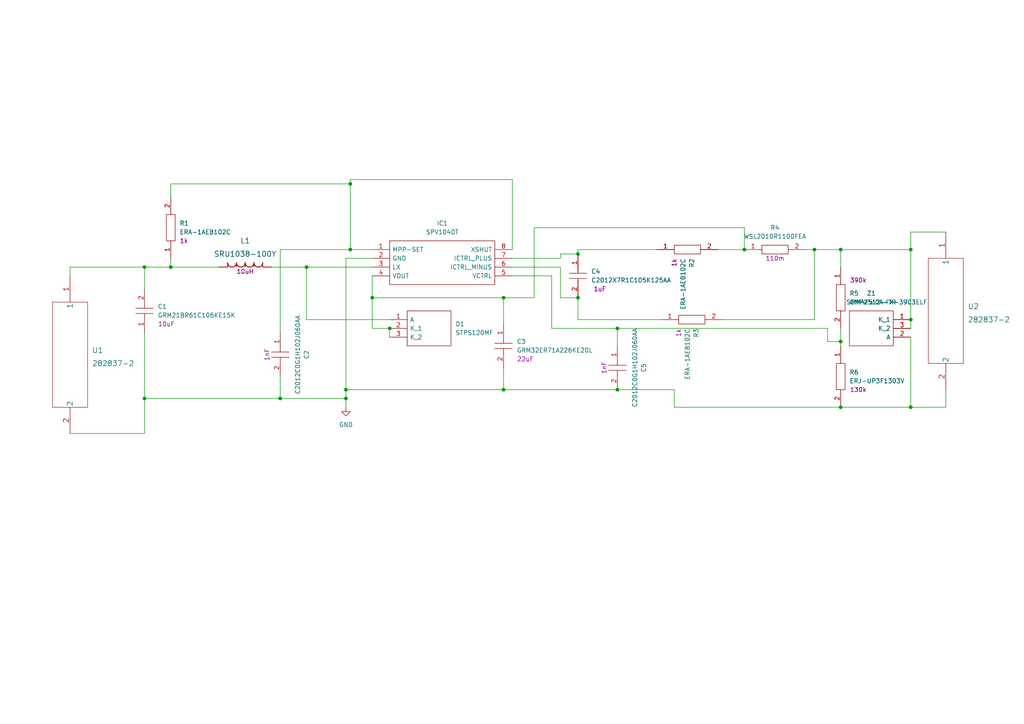
<source format=kicad_sch>
(kicad_sch (version 20211123) (generator eeschema)
  (paper "A4")
  (lib_symbols
    (symbol "282837-2:282837-2" (pin_names (offset 0.254))
      (property "Reference" "U" (at 22.86 10.16 0))
      (property "Value" "282837-2" (at 22.86 7.62 0))
      (symbol "282837-2_1_1"
        (polyline (pts (xy 7.62 -5.08) (xy 38.1 -5.08)) (stroke (width 0.127)))
        (polyline (pts (xy 7.62 5.08) (xy 7.62 -5.08)) (stroke (width 0.127)))
        (polyline (pts (xy 38.1 -5.08) (xy 38.1 5.08)) (stroke (width 0.127)))
        (polyline (pts (xy 38.1 5.08) (xy 7.62 5.08)) (stroke (width 0.127)))
        (pin unspecified line (at 0 0 0) (length 7.62) (name "1") (number "1"))
        (pin unspecified line (at 45.72 0 180) (length 7.62) (name "2") (number "2"))
      )
    )
    (symbol "C2012C0G1H102J060AA:C2012C0G1H102J060AA" (pin_names (offset 0.762))
      (property "Reference" "C" (at 8.89 6.35 0))
      (property "Value" "C2012C0G1H102J060AA" (at 8.89 3.81 0))
      (symbol "C2012C0G1H102J060AA_0_0"
        (pin passive line (at 0 0 0) (length 5.08) (name "~") (number "1"))
        (pin passive line (at 12.7 0 180) (length 5.08) (name "~") (number "2"))
      )
      (symbol "C2012C0G1H102J060AA_0_1"
        (polyline (pts (xy 5.08 0) (xy 5.588 0)) (stroke (width 0.1524)))
        (polyline (pts (xy 5.588 2.54) (xy 5.588 -2.54)) (stroke (width 0.1524)))
        (polyline (pts (xy 7.112 0) (xy 7.62 0)) (stroke (width 0.1524)))
        (polyline (pts (xy 7.112 2.54) (xy 7.112 -2.54)) (stroke (width 0.1524)))
      )
    )
    (symbol "C2012X7R1C105K125AA:C2012X7R1C105K125AA" (pin_names (offset 0.762))
      (property "Reference" "C" (at 8.89 6.35 0))
      (property "Value" "C2012X7R1C105K125AA" (at 8.89 3.81 0))
      (symbol "C2012X7R1C105K125AA_0_0"
        (pin passive line (at 0 0 0) (length 5.08) (name "~") (number "1"))
        (pin passive line (at 12.7 0 180) (length 5.08) (name "~") (number "2"))
      )
      (symbol "C2012X7R1C105K125AA_0_1"
        (polyline (pts (xy 5.08 0) (xy 5.588 0)) (stroke (width 0.1524)))
        (polyline (pts (xy 5.588 2.54) (xy 5.588 -2.54)) (stroke (width 0.1524)))
        (polyline (pts (xy 7.112 0) (xy 7.62 0)) (stroke (width 0.1524)))
        (polyline (pts (xy 7.112 2.54) (xy 7.112 -2.54)) (stroke (width 0.1524)))
      )
    )
    (symbol "CMP2512-FX-3903ELF:CMP2512-FX-3903ELF" (pin_names (offset 0.762))
      (property "Reference" "R" (at 13.97 6.35 0))
      (property "Value" "CMP2512-FX-3903ELF" (at 13.97 3.81 0))
      (symbol "CMP2512-FX-3903ELF_0_0"
        (pin passive line (at 0 0 0) (length 5.08) (name "~") (number "1"))
        (pin passive line (at 17.78 0 180) (length 5.08) (name "~") (number "2"))
      )
      (symbol "CMP2512-FX-3903ELF_0_1"
        (polyline (pts (xy 5.08 1.27) (xy 12.7 1.27) (xy 12.7 -1.27) (xy 5.08 -1.27) (xy 5.08 1.27)) (stroke (width 0.1524)))
      )
    )
    (symbol "ERA-1AEB102C:ERA-1AEB102C" (pin_names (offset 0.762))
      (property "Reference" "R" (at 13.97 6.35 0))
      (property "Value" "ERA-1AEB102C" (at 13.97 3.81 0))
      (symbol "ERA-1AEB102C_0_0"
        (pin passive line (at 0 0 0) (length 5.08) (name "~") (number "1"))
        (pin passive line (at 17.78 0 180) (length 5.08) (name "~") (number "2"))
      )
      (symbol "ERA-1AEB102C_0_1"
        (polyline (pts (xy 5.08 1.27) (xy 12.7 1.27) (xy 12.7 -1.27) (xy 5.08 -1.27) (xy 5.08 1.27)) (stroke (width 0.1524)))
      )
    )
    (symbol "ERJ-UP3F1303V:ERJ-UP3F1303V" (pin_names (offset 0.762))
      (property "Reference" "R" (at 13.97 6.35 0))
      (property "Value" "ERJ-UP3F1303V" (at 13.97 3.81 0))
      (symbol "ERJ-UP3F1303V_0_0"
        (pin passive line (at 0 0 0) (length 5.08) (name "~") (number "1"))
        (pin passive line (at 17.78 0 180) (length 5.08) (name "~") (number "2"))
      )
      (symbol "ERJ-UP3F1303V_0_1"
        (polyline (pts (xy 5.08 1.27) (xy 12.7 1.27) (xy 12.7 -1.27) (xy 5.08 -1.27) (xy 5.08 1.27)) (stroke (width 0.1524)))
      )
    )
    (symbol "GRM21BR61C106KE15K:GRM21BR61C106KE15K" (pin_names (offset 0.762))
      (property "Reference" "C" (at 8.89 6.35 0))
      (property "Value" "GRM21BR61C106KE15K" (at 8.89 3.81 0))
      (symbol "GRM21BR61C106KE15K_0_0"
        (pin passive line (at 0 0 0) (length 5.08) (name "~") (number "1"))
        (pin passive line (at 12.7 0 180) (length 5.08) (name "~") (number "2"))
      )
      (symbol "GRM21BR61C106KE15K_0_1"
        (polyline (pts (xy 5.08 0) (xy 5.588 0)) (stroke (width 0.1524)))
        (polyline (pts (xy 5.588 2.54) (xy 5.588 -2.54)) (stroke (width 0.1524)))
        (polyline (pts (xy 7.112 0) (xy 7.62 0)) (stroke (width 0.1524)))
        (polyline (pts (xy 7.112 2.54) (xy 7.112 -2.54)) (stroke (width 0.1524)))
      )
    )
    (symbol "GRM32ER71A226KE20L:GRM32ER71A226KE20L" (pin_names (offset 0.762))
      (property "Reference" "C" (at 8.89 6.35 0))
      (property "Value" "GRM32ER71A226KE20L" (at 8.89 3.81 0))
      (symbol "GRM32ER71A226KE20L_0_0"
        (pin passive line (at 0 0 0) (length 5.08) (name "~") (number "1"))
        (pin passive line (at 12.7 0 180) (length 5.08) (name "~") (number "2"))
      )
      (symbol "GRM32ER71A226KE20L_0_1"
        (polyline (pts (xy 5.08 0) (xy 5.588 0)) (stroke (width 0.1524)))
        (polyline (pts (xy 5.588 2.54) (xy 5.588 -2.54)) (stroke (width 0.1524)))
        (polyline (pts (xy 7.112 0) (xy 7.62 0)) (stroke (width 0.1524)))
        (polyline (pts (xy 7.112 2.54) (xy 7.112 -2.54)) (stroke (width 0.1524)))
      )
    )
    (symbol "SMM4F5.0A-TR:SMM4F5.0A-TR" (pin_names (offset 0.762))
      (property "Reference" "Z" (at 19.05 7.62 0))
      (property "Value" "SMM4F5.0A-TR" (at 19.05 5.08 0))
      (symbol "SMM4F5.0A-TR_0_0"
        (pin passive line (at 0 -5.08 0) (length 5.08) (name "K_1") (number "1"))
        (pin passive line (at 0 0 0) (length 5.08) (name "A") (number "2"))
        (pin passive line (at 0 -2.54 0) (length 5.08) (name "K_2") (number "3"))
      )
      (symbol "SMM4F5.0A-TR_0_1"
        (polyline (pts (xy 5.08 2.54) (xy 17.78 2.54) (xy 17.78 -7.62) (xy 5.08 -7.62) (xy 5.08 2.54)) (stroke (width 0.1524)))
      )
    )
    (symbol "SPV1040T:SPV1040T" (pin_names (offset 0.762))
      (property "Reference" "IC" (at 36.83 7.62 0))
      (property "Value" "SPV1040T" (at 36.83 5.08 0))
      (symbol "SPV1040T_0_0"
        (pin passive line (at 0 0 0) (length 5.08) (name "MPP-SET") (number "1"))
        (pin passive line (at 0 -2.54 0) (length 5.08) (name "GND") (number "2"))
        (pin passive line (at 0 -5.08 0) (length 5.08) (name "LX") (number "3"))
        (pin passive line (at 0 -7.62 0) (length 5.08) (name "VOUT") (number "4"))
        (pin passive line (at 40.64 -7.62 180) (length 5.08) (name "VCTRL") (number "5"))
        (pin passive line (at 40.64 -5.08 180) (length 5.08) (name "ICTRL_MINUS") (number "6"))
        (pin passive line (at 40.64 -2.54 180) (length 5.08) (name "ICTRL_PLUS") (number "7"))
        (pin passive line (at 40.64 0 180) (length 5.08) (name "XSHUT") (number "8"))
      )
      (symbol "SPV1040T_0_1"
        (polyline (pts (xy 5.08 2.54) (xy 35.56 2.54) (xy 35.56 -10.16) (xy 5.08 -10.16) (xy 5.08 2.54)) (stroke (width 0.1524)))
      )
    )
    (symbol "SRU1038-100Y:SRU1038-100Y" (pin_numbers hide) (pin_names (offset 1.651) hide)
      (property "Reference" "L" (at 6.985 5.08 0))
      (property "Value" "SRU1038-100Y" (at 6.985 -5.715 0))
      (symbol "SRU1038-100Y_1_1"
        (polyline (pts (xy 2.54 0) (xy 2.54 1.27)) (stroke (width 0.2032)))
        (polyline (pts (xy 5.08 0) (xy 5.08 1.27)) (stroke (width 0.2032)))
        (polyline (pts (xy 7.62 0) (xy 7.62 1.27)) (stroke (width 0.2032)))
        (polyline (pts (xy 10.16 0) (xy 10.16 1.27)) (stroke (width 0.2032)))
        (polyline (pts (xy 12.7 0) (xy 12.7 1.27)) (stroke (width 0.2032)))
        (arc (start 2.54 1.27) (mid 3.81 0) (end 5.08 1.27) (stroke (width 0.254)))
        (arc (start 5.08 1.27) (mid 6.35 0) (end 7.62 1.27) (stroke (width 0.254)))
        (arc (start 7.62 1.27) (mid 8.89 0) (end 10.16 1.27) (stroke (width 0.254)))
        (arc (start 10.16 1.27) (mid 11.43 0) (end 12.7 1.27) (stroke (width 0.254)))
        (pin unspecified line (at 15.24 0 180) (length 2.54) (name "1") (number "1"))
        (pin unspecified line (at 0 0 0) (length 2.54) (name "2") (number "2"))
      )
    )
    (symbol "STPS120MF:STPS120MF" (pin_names (offset 0.762))
      (property "Reference" "D" (at 19.05 7.62 0))
      (property "Value" "STPS120MF" (at 19.05 5.08 0))
      (symbol "STPS120MF_0_0"
        (pin passive line (at 0 0 0) (length 5.08) (name "A") (number "1"))
        (pin passive line (at 0 -2.54 0) (length 5.08) (name "K_1") (number "2"))
        (pin passive line (at 0 -5.08 0) (length 5.08) (name "K_2") (number "3"))
      )
      (symbol "STPS120MF_0_1"
        (polyline (pts (xy 5.08 2.54) (xy 17.78 2.54) (xy 17.78 -7.62) (xy 5.08 -7.62) (xy 5.08 2.54)) (stroke (width 0.1524)))
      )
    )
    (symbol "WSL2010R1100FEA:WSL2010R1100FEA" (pin_names (offset 0.762))
      (property "Reference" "R" (at 13.97 6.35 0))
      (property "Value" "WSL2010R1100FEA" (at 13.97 3.81 0))
      (symbol "WSL2010R1100FEA_0_0"
        (pin passive line (at 0 0 0) (length 5.08) (name "~") (number "1"))
        (pin passive line (at 17.78 0 180) (length 5.08) (name "~") (number "2"))
      )
      (symbol "WSL2010R1100FEA_0_1"
        (polyline (pts (xy 5.08 1.27) (xy 12.7 1.27) (xy 12.7 -1.27) (xy 5.08 -1.27) (xy 5.08 1.27)) (stroke (width 0.1524)))
      )
    )
    (symbol "power:GND" (power) (pin_names (offset 0))
      (property "Value" "GND" (at 0 -3.81 0))
      (symbol "GND_0_1"
        (polyline (pts (xy 0 0) (xy 0 -1.27) (xy 1.27 -1.27) (xy 0 -2.54) (xy -1.27 -1.27) (xy 0 -1.27)))
      )
      (symbol "GND_1_1"
        (pin power_in line (at 0 0 270) (length 0) hide (name "GND") (number "1"))
      )
    )
  )
  (junction (at 100.33 113.03))
  (junction (at 179.07 95.25))
  (junction (at 88.9 77.47))
  (junction (at 179.07 113.03))
  (junction (at 167.64 86.36))
  (junction (at 243.84 118.11))
  (junction (at 264.16 118.11))
  (junction (at 101.6 72.39))
  (junction (at 167.64 73.66))
  (junction (at 215.9 72.39))
  (junction (at 49.53 77.47))
  (junction (at 264.16 72.39))
  (junction (at 236.22 72.39))
  (junction (at 107.95 86.36))
  (junction (at 41.91 115.57))
  (junction (at 146.05 86.36))
  (junction (at 243.84 99.06))
  (junction (at 243.84 72.39))
  (junction (at 81.28 115.57))
  (junction (at 113.03 95.25))
  (junction (at 101.6 53.34))
  (junction (at 100.33 115.57))
  (junction (at 146.05 113.03))
  (junction (at 264.16 92.71))
  (junction (at 41.91 77.47))
  (wire (pts (xy 100.33 113.03) (xy 100.33 115.57)))
  (wire (pts (xy 81.28 115.57) (xy 100.33 115.57)))
  (wire (pts (xy 209.55 92.71) (xy 236.22 92.71)))
  (wire (pts (xy 41.91 115.57) (xy 81.28 115.57)))
  (wire (pts (xy 20.32 125.73) (xy 41.91 125.73)))
  (wire (pts (xy 240.03 95.25) (xy 240.03 99.06)))
  (wire (pts (xy 167.64 92.71) (xy 167.64 86.36)))
  (wire (pts (xy 107.95 95.25) (xy 113.03 95.25)))
  (wire (pts (xy 148.59 80.01) (xy 160.02 80.01)))
  (wire (pts (xy 215.9 66.04) (xy 154.94 66.04)))
  (wire (pts (xy 63.5 77.47) (xy 49.53 77.47)))
  (wire (pts (xy 243.84 118.11) (xy 195.58 118.11)))
  (wire (pts (xy 148.59 74.93) (xy 162.56 74.93)))
  (wire (pts (xy 243.84 118.11) (xy 264.16 118.11)))
  (wire (pts (xy 264.16 97.79) (xy 264.16 118.11)))
  (wire (pts (xy 208.28 72.39) (xy 215.9 72.39)))
  (wire (pts (xy 107.95 74.93) (xy 100.33 74.93)))
  (wire (pts (xy 49.53 57.15) (xy 49.53 53.34)))
  (wire (pts (xy 191.77 92.71) (xy 167.64 92.71)))
  (wire (pts (xy 179.07 95.25) (xy 179.07 100.33)))
  (wire (pts (xy 162.56 74.93) (xy 162.56 73.66)))
  (wire (pts (xy 162.56 73.66) (xy 167.64 73.66)))
  (wire (pts (xy 190.5 72.39) (xy 167.64 72.39)))
  (wire (pts (xy 146.05 86.36) (xy 107.95 86.36)))
  (wire (pts (xy 154.94 66.04) (xy 154.94 86.36)))
  (wire (pts (xy 88.9 77.47) (xy 78.74 77.47)))
  (wire (pts (xy 162.56 77.47) (xy 162.56 86.36)))
  (wire (pts (xy 146.05 113.03) (xy 179.07 113.03)))
  (wire (pts (xy 215.9 72.39) (xy 215.9 66.04)))
  (wire (pts (xy 41.91 77.47) (xy 41.91 83.82)))
  (wire (pts (xy 148.59 77.47) (xy 162.56 77.47)))
  (wire (pts (xy 107.95 86.36) (xy 107.95 95.25)))
  (wire (pts (xy 243.84 72.39) (xy 243.84 77.47)))
  (wire (pts (xy 49.53 74.93) (xy 49.53 77.47)))
  (wire (pts (xy 81.28 109.22) (xy 81.28 115.57)))
  (wire (pts (xy 236.22 92.71) (xy 236.22 72.39)))
  (wire (pts (xy 236.22 72.39) (xy 243.84 72.39)))
  (wire (pts (xy 146.05 86.36) (xy 146.05 93.98)))
  (wire (pts (xy 100.33 115.57) (xy 100.33 118.11)))
  (wire (pts (xy 264.16 67.31) (xy 274.32 67.31)))
  (wire (pts (xy 264.16 118.11) (xy 274.32 118.11)))
  (wire (pts (xy 274.32 113.03) (xy 274.32 118.11)))
  (wire (pts (xy 167.64 72.39) (xy 167.64 73.66)))
  (wire (pts (xy 107.95 80.01) (xy 107.95 86.36)))
  (wire (pts (xy 160.02 95.25) (xy 179.07 95.25)))
  (wire (pts (xy 243.84 72.39) (xy 264.16 72.39)))
  (wire (pts (xy 243.84 95.25) (xy 243.84 99.06)))
  (wire (pts (xy 81.28 72.39) (xy 101.6 72.39)))
  (wire (pts (xy 20.32 80.01) (xy 20.32 77.47)))
  (wire (pts (xy 81.28 96.52) (xy 81.28 72.39)))
  (wire (pts (xy 195.58 113.03) (xy 179.07 113.03)))
  (wire (pts (xy 179.07 95.25) (xy 240.03 95.25)))
  (wire (pts (xy 20.32 77.47) (xy 41.91 77.47)))
  (wire (pts (xy 100.33 74.93) (xy 100.33 113.03)))
  (wire (pts (xy 88.9 92.71) (xy 88.9 77.47)))
  (wire (pts (xy 41.91 96.52) (xy 41.91 115.57)))
  (wire (pts (xy 41.91 77.47) (xy 49.53 77.47)))
  (wire (pts (xy 146.05 106.68) (xy 146.05 113.03)))
  (wire (pts (xy 113.03 92.71) (xy 88.9 92.71)))
  (wire (pts (xy 101.6 52.07) (xy 101.6 53.34)))
  (wire (pts (xy 264.16 92.71) (xy 264.16 95.25)))
  (wire (pts (xy 113.03 95.25) (xy 113.03 97.79)))
  (wire (pts (xy 154.94 86.36) (xy 146.05 86.36)))
  (wire (pts (xy 49.53 53.34) (xy 101.6 53.34)))
  (wire (pts (xy 160.02 80.01) (xy 160.02 95.25)))
  (wire (pts (xy 148.59 72.39) (xy 148.59 52.07)))
  (wire (pts (xy 264.16 72.39) (xy 264.16 67.31)))
  (wire (pts (xy 107.95 77.47) (xy 88.9 77.47)))
  (wire (pts (xy 101.6 72.39) (xy 107.95 72.39)))
  (wire (pts (xy 240.03 99.06) (xy 243.84 99.06)))
  (wire (pts (xy 100.33 113.03) (xy 146.05 113.03)))
  (wire (pts (xy 243.84 99.06) (xy 243.84 100.33)))
  (wire (pts (xy 41.91 125.73) (xy 41.91 115.57)))
  (wire (pts (xy 195.58 118.11) (xy 195.58 113.03)))
  (wire (pts (xy 101.6 53.34) (xy 101.6 72.39)))
  (wire (pts (xy 233.68 72.39) (xy 236.22 72.39)))
  (wire (pts (xy 162.56 86.36) (xy 167.64 86.36)))
  (wire (pts (xy 148.59 52.07) (xy 101.6 52.07)))
  (wire (pts (xy 264.16 92.71) (xy 264.16 72.39)))
  (symbol (lib_id "WSL2010R1100FEA:WSL2010R1100FEA") (at 215.9 72.39 0) (unit 1)
    (property "Reference" "R4" (at 224.79 66.04 0))
    (property "Value" "WSL2010R1100FEA" (at 224.79 68.58 0))
    (property "Footprint" "myfootprints:WSL2010R1100FEA" (effects hide))
    (property "Datasheet" "https://www.vishay.com/docs/30100/wsl.pdf" (effects hide))
    (property "Description" "Vishay 110m 2010 (5025M) Metal Strip SMD Resistor +/-1% 0.5W - WSL2010R1100FEA" (effects hide))
    (property "Height" "0.889" (effects hide))
    (property "Mouser Part Number" "71-WSL2010R1100FEA" (effects hide))
    (property "Mouser Price/Stock" "https://www.mouser.co.uk/ProductDetail/Vishay-Dale/WSL2010R1100FEA?qs=8hzcSBZN9d%252BMooM1LU7mjg%3D%3D" (effects hide))
    (property "Manufacturer_Name" "Vishay" (effects hide))
    (property "Manufacturer_Part_Number" "WSL2010R1100FEA" (effects hide))
    (property "Rvalue" "110m" (at 224.79 74.93 0))
  )
  (symbol (lib_id "ERJ-UP3F1303V:ERJ-UP3F1303V") (at 243.84 100.33 270) (unit 1)
    (property "Reference" "R6" (at 246.38 107.9499 90) (effects (justify left)))
    (property "Value" "ERJ-UP3F1303V" (at 246.38 110.4899 90) (effects (justify left)))
    (property "Footprint" "myfootprints:ERJ-UP3F1303V" (effects hide))
    (property "Datasheet" "https://industrial.panasonic.com/cdbs/www-data/pdf/RDP0000/AOA0000C337.pdf" (effects hide))
    (property "Description" "Anti-Sulfurated Thick Film Chip Resistors/ Anti-Surge Type, Power Rating (W): 0.25, Chip Size (LxW(EIA)) (mm): 1.6 x 0.8 (EIA:0603), Resistance Values (?): 130000, Resistance Tolerance (%): 1, T.C.R (?102/K): ?100" (effects hide))
    (property "Height" "0.55" (effects hide))
    (property "Mouser Part Number" "667-ERJ-UP3F1303V" (effects hide))
    (property "Mouser Price/Stock" "https://www.mouser.co.uk/ProductDetail/Panasonic/ERJ-UP3F1303V?qs=GedFDFLaBXFCBofrml0vWw%3D%3D" (effects hide))
    (property "Manufacturer_Name" "Panasonic" (effects hide))
    (property "Manufacturer_Part_Number" "ERJ-UP3F1303V" (effects hide))
    (property "Rvalue" "130k" (at 248.92 113.03 90))
  )
  (symbol (lib_id "CMP2512-FX-3903ELF:CMP2512-FX-3903ELF") (at 243.84 77.47 270) (unit 1)
    (property "Reference" "R5" (at 246.38 85.0899 90) (effects (justify left)))
    (property "Value" "CMP2512-FX-3903ELF" (at 246.38 87.6299 90) (effects (justify left)))
    (property "Footprint" "myfootprints:CMP2512-FX-3903ELF" (effects hide))
    (property "Datasheet" "https://www.bourns.com/docs/Product-Datasheets/CMP.pdf" (effects hide))
    (property "Description" "Thick Film Resistors - SMD ResHighPower 2512 390k 1% 1.5W TC100" (effects hide))
    (property "Height" "0.75" (effects hide))
    (property "Mouser Part Number" "652-CMP2512-FX-3903L" (effects hide))
    (property "Mouser Price/Stock" "https://www.mouser.co.uk/ProductDetail/Bourns/CMP2512-FX-3903ELF?qs=TiOZkKH1s2Qkwis624hFDA%3D%3D" (effects hide))
    (property "Manufacturer_Name" "Bourns" (effects hide))
    (property "Manufacturer_Part_Number" "CMP2512-FX-3903ELF" (effects hide))
    (property "Rvalue" "390k" (at 248.92 81.28 90))
  )
  (symbol (lib_id "power:GND") (at 100.33 118.11 0) (unit 1)
    (property "Reference" "#PWR01" (effects hide))
    (property "Value" "GND" (at 100.33 123.19 0))
  )
  (symbol (lib_id "GRM21BR61C106KE15K:GRM21BR61C106KE15K") (at 41.91 96.52 90) (unit 1)
    (property "Reference" "C1" (at 45.72 88.8999 90) (effects (justify right)))
    (property "Value" "GRM21BR61C106KE15K" (at 45.72 91.4399 90) (effects (justify right)))
    (property "Footprint" "myfootprints:GRM21BR61C106KE15K" (effects hide))
    (property "Datasheet" "https://datasheet.datasheetarchive.com/originals/distributors/Datasheets_SAMA/6b1fcc509e213c6e898acd502ec19ade.pdf" (effects hide))
    (property "Description" "Murata, 0805 (2012M) 10uF Multilayer Ceramic Capacitor MLCC 16V dc +/-10% , SMD GRM21BR61C106KE15K" (effects hide))
    (property "Height" "1.35" (effects hide))
    (property "Mouser Part Number" "81-GRM21BR61C106KE5K" (effects hide))
    (property "Mouser Price/Stock" "https://www.mouser.co.uk/ProductDetail/Murata-Electronics/GRM21BR61C106KE15K?qs=h0WOCFF19ULjTOS37upAEw%3D%3D" (effects hide))
    (property "Manufacturer_Name" "Murata Electronics" (effects hide))
    (property "Manufacturer_Part_Number" "GRM21BR61C106KE15K" (effects hide))
    (property "Cvalue" "10uF" (at 48.26 93.98 90))
  )
  (symbol (lib_id "282837-2:282837-2") (at 274.32 67.31 270) (unit 1)
    (property "Reference" "U2" (at 280.67 88.9 90) (effects (font (size 1.524 1.524)) (justify left)))
    (property "Value" "282837-2" (at 280.67 92.71 90) (effects (font (size 1.524 1.524)) (justify left)))
    (property "Footprint" "myfootprints:282837-2" (effects hide))
  )
  (symbol (lib_id "SMM4F5.0A-TR:SMM4F5.0A-TR") (at 264.16 97.79 180) (unit 1)
    (property "Reference" "Z1" (at 252.73 85.09 0))
    (property "Value" "SMM4F5.0A-TR" (at 252.73 87.63 0))
    (property "Footprint" "myfootprints:SMM4F5.0A-TR" (effects hide))
    (property "Datasheet" "https://www.st.com/resource/en/datasheet/smm4f10a.pdf" (effects hide))
    (property "Description" "ESD Suppressors / TVS Diodes 400W HI JCT TMP" (effects hide))
    (property "Mouser Part Number" "511-SMM4F5.0A-TR" (effects hide))
    (property "Mouser Price/Stock" "https://www.mouser.co.uk/ProductDetail/STMicroelectronics/SMM4F5.0A-TR?qs=5HwTSiuA5HB7K7mI4EswPg%3D%3D" (effects hide))
    (property "Manufacturer_Name" "STMicroelectronics" (effects hide))
    (property "Manufacturer_Part_Number" "SMM4F5.0A-TR" (effects hide))
  )
  (symbol (lib_id "282837-2:282837-2") (at 20.32 80.01 270) (unit 1)
    (property "Reference" "U1" (at 26.67 101.6 90) (effects (font (size 1.524 1.524)) (justify left)))
    (property "Value" "282837-2" (at 26.67 105.41 90) (effects (font (size 1.524 1.524)) (justify left)))
    (property "Footprint" "myfootprints:282837-2" (effects hide))
  )
  (symbol (lib_id "SRU1038-100Y:SRU1038-100Y") (at 63.5 77.47 0) (unit 1)
    (property "Reference" "L1" (at 71.12 69.85 0) (effects (font (size 1.524 1.524))))
    (property "Value" "SRU1038-100Y" (at 71.12 73.66 0) (effects (font (size 1.524 1.524))))
    (property "Footprint" "myfootprints:SRU1038-100Y" (effects hide))
    (property "Lvalue" "10uH" (at 71.12 78.74 0))
  )
  (symbol (lib_id "ERA-1AEB102C:ERA-1AEB102C") (at 191.77 92.71 0) (unit 1)
    (property "Reference" "R3" (at 201.9301 95.25 90) (effects (justify right)))
    (property "Value" "ERA-1AEB102C" (at 199.3901 95.25 90) (effects (justify right)))
    (property "Footprint" "myfootprints:ERA-1AEB102C" (effects hide))
    (property "Datasheet" "http://industrial.panasonic.com/cdbs/www-data/pdf/RDM0000/AOA0000C307.pdf" (effects hide))
    (property "Description" "Thin Film Resistors - SMD 0201 1Kohm 0.1% 25ppm" (effects hide))
    (property "Height" "0.26" (effects hide))
    (property "Mouser Part Number" "667-ERA-1AEB102C" (effects hide))
    (property "Mouser Price/Stock" "https://www.mouser.co.uk/ProductDetail/Panasonic/ERA-1AEB102C?qs=6%252Bc%252B2ke79U6BeTXQY2Cvbw%3D%3D" (effects hide))
    (property "Manufacturer_Name" "Panasonic" (effects hide))
    (property "Manufacturer_Part_Number" "ERA-1AEB102C" (effects hide))
    (property "Rvalue" "1k" (at 196.85 96.52 90))
  )
  (symbol (lib_id "C2012C0G1H102J060AA:C2012C0G1H102J060AA") (at 179.07 100.33 270) (unit 1)
    (property "Reference" "C5" (at 186.69 106.68 0))
    (property "Value" "C2012C0G1H102J060AA" (at 184.15 106.68 0))
    (property "Footprint" "myfootprints:C2012C0G1H102J060AA" (effects hide))
    (property "Datasheet" "https://product.tdk.com/system/files/dam/doc/product/capacitor/ceramic/mlcc/catalog/mlcc_commercial_general_en.pdf" (effects hide))
    (property "Description" "MULTILAYER CERAMIC CHIP CAPACITORS, 2012, Commercial grade, general (Up to 75V)" (effects hide))
    (property "Height" "0.75" (effects hide))
    (property "Mouser Part Number" "810-C2012C0G1H102J" (effects hide))
    (property "Mouser Price/Stock" "https://www.mouser.co.uk/ProductDetail/TDK/C2012C0G1H102J060AA?qs=NRhsANhppD9Yg5ECRql%2Fwg%3D%3D" (effects hide))
    (property "Manufacturer_Name" "TDK" (effects hide))
    (property "Manufacturer_Part_Number" "C2012C0G1H102J060AA" (effects hide))
    (property "Cvalue" "1nF" (at 175.26 106.68 0))
  )
  (symbol (lib_id "C2012X7R1C105K125AA:C2012X7R1C105K125AA") (at 167.64 73.66 270) (unit 1)
    (property "Reference" "C4" (at 171.45 78.7399 90) (effects (justify left)))
    (property "Value" "C2012X7R1C105K125AA" (at 171.45 81.2799 90) (effects (justify left)))
    (property "Footprint" "myfootprints:C2012X7R1C105K125AA" (effects hide))
    (property "Datasheet" "https://product.tdk.com/system/files/dam/doc/product/capacitor/ceramic/mlcc/catalog/mlcc_commercial_general_en.pdf" (effects hide))
    (property "Description" "0805 X7R ceramic capacitor 16V 1uF TDK C2012 C 1uF Ceramic Multilayer Capacitor, 16 V dc X7R Dielectric +/-10% SMD" (effects hide))
    (property "Height" "0.75" (effects hide))
    (property "Mouser Part Number" "810-C2012X7R1C105K-3" (effects hide))
    (property "Mouser Price/Stock" "https://www.mouser.co.uk/ProductDetail/TDK/C2012X7R1C105K125AA?qs=LcTL%2F5vFEzETx%252Br1yx%252BqAw%3D%3D" (effects hide))
    (property "Manufacturer_Name" "TDK" (effects hide))
    (property "Manufacturer_Part_Number" "C2012X7R1C105K125AA" (effects hide))
    (property "Cvalue" "1uF" (at 173.99 83.82 90))
  )
  (symbol (lib_id "SPV1040T:SPV1040T") (at 107.95 72.39 0) (unit 1)
    (property "Reference" "IC1" (at 128.27 64.77 0))
    (property "Value" "SPV1040T" (at 128.27 67.31 0))
    (property "Footprint" "myfootprints:SPV1040T" (effects hide))
    (property "Description" "Voltage Regulators - Switching Regulators Hi efficiency solar battery charger" (effects hide))
    (property "Height" "1.2" (effects hide))
    (property "Mouser Part Number" "511-SPV1040T" (effects hide))
    (property "Mouser Price/Stock" "https://www.mouser.co.uk/ProductDetail/STMicroelectronics/SPV1040T?qs=7qOP6AeGKU1lga8RjcaFUQ%3D%3D" (effects hide))
    (property "Manufacturer_Name" "STMicroelectronics" (effects hide))
    (property "Manufacturer_Part_Number" "SPV1040T" (effects hide))
  )
  (symbol (lib_id "ERA-1AEB102C:ERA-1AEB102C") (at 49.53 74.93 90) (unit 1)
    (property "Reference" "R1" (at 52.07 64.7699 90) (effects (justify right)))
    (property "Value" "ERA-1AEB102C" (at 52.07 67.3099 90) (effects (justify right)))
    (property "Footprint" "myfootprints:ERA-1AEB102C" (effects hide))
    (property "Datasheet" "http://industrial.panasonic.com/cdbs/www-data/pdf/RDM0000/AOA0000C307.pdf" (effects hide))
    (property "Description" "Thin Film Resistors - SMD 0201 1Kohm 0.1% 25ppm" (effects hide))
    (property "Height" "0.26" (effects hide))
    (property "Mouser Part Number" "667-ERA-1AEB102C" (effects hide))
    (property "Mouser Price/Stock" "https://www.mouser.co.uk/ProductDetail/Panasonic/ERA-1AEB102C?qs=6%252Bc%252B2ke79U6BeTXQY2Cvbw%3D%3D" (effects hide))
    (property "Manufacturer_Name" "Panasonic" (effects hide))
    (property "Manufacturer_Part_Number" "ERA-1AEB102C" (effects hide))
    (property "Rvalue" "1k" (at 53.34 69.85 90))
  )
  (symbol (lib_id "GRM32ER71A226KE20L:GRM32ER71A226KE20L") (at 146.05 93.98 270) (unit 1)
    (property "Reference" "C3" (at 149.86 99.0599 90) (effects (justify left)))
    (property "Value" "GRM32ER71A226KE20L" (at 149.86 101.5999 90) (effects (justify left)))
    (property "Footprint" "myfootprints:GRM32ER71A226KE20L" (effects hide))
    (property "Datasheet" "http://search.murata.co.jp/Ceramy/image/img/A01X/G101/ENG/GRM32ER71A226KE20-01.pdf" (effects hide))
    (property "Description" "Murata 1210 GRM 22uF Ceramic Multilayer Capacitor, 10 V dc, +125C, X7R Dielectric, +/-10%" (effects hide))
    (property "Height" "2.7" (effects hide))
    (property "Mouser Part Number" "81-GRM32R71A226KE20L" (effects hide))
    (property "Mouser Price/Stock" "https://www.mouser.co.uk/ProductDetail/Murata-Electronics/GRM32ER71A226KE20L?qs=IjyrXs0Hof%252B8BiTJdBCHXw%3D%3D" (effects hide))
    (property "Manufacturer_Name" "Murata Electronics" (effects hide))
    (property "Manufacturer_Part_Number" "GRM32ER71A226KE20L" (effects hide))
    (property "Cvalue" "22uF" (at 152.4 104.14 90))
  )
  (symbol (lib_id "ERA-1AEB102C:ERA-1AEB102C") (at 190.5 72.39 0) (unit 1)
    (property "Reference" "R2" (at 200.6601 74.93 90) (effects (justify right)))
    (property "Value" "ERA-1AEB102C" (at 198.1201 74.93 90) (effects (justify right)))
    (property "Footprint" "myfootprints:ERA-1AEB102C" (effects hide))
    (property "Datasheet" "http://industrial.panasonic.com/cdbs/www-data/pdf/RDM0000/AOA0000C307.pdf" (effects hide))
    (property "Description" "Thin Film Resistors - SMD 0201 1Kohm 0.1% 25ppm" (effects hide))
    (property "Height" "0.26" (effects hide))
    (property "Mouser Part Number" "667-ERA-1AEB102C" (effects hide))
    (property "Mouser Price/Stock" "https://www.mouser.co.uk/ProductDetail/Panasonic/ERA-1AEB102C?qs=6%252Bc%252B2ke79U6BeTXQY2Cvbw%3D%3D" (effects hide))
    (property "Manufacturer_Name" "Panasonic" (effects hide))
    (property "Manufacturer_Part_Number" "ERA-1AEB102C" (effects hide))
    (property "Rvalue" "1k" (at 195.58 76.2 90))
  )
  (symbol (lib_id "STPS120MF:STPS120MF") (at 113.03 92.71 0) (unit 1)
    (property "Reference" "D1" (at 132.08 93.9799 0) (effects (justify left)))
    (property "Value" "STPS120MF" (at 132.08 96.5199 0) (effects (justify left)))
    (property "Footprint" "myfootprints:STPS120MF" (effects hide))
    (property "Datasheet" "https://www.st.com/resource/en/datasheet/stps120mf.pdf" (effects hide))
    (property "Description" "Schottky Diodes & Rectifiers Power Schottky Rec 1A 20V 0.41VF" (effects hide))
    (property "Mouser Part Number" "511-STPS120MF" (effects hide))
    (property "Mouser Price/Stock" "https://www.mouser.co.uk/ProductDetail/STMicroelectronics/STPS120MF?qs=vV0pr1uq7fBNdZQwvvztWg%3D%3D" (effects hide))
    (property "Manufacturer_Name" "STMicroelectronics" (effects hide))
    (property "Manufacturer_Part_Number" "STPS120MF" (effects hide))
  )
  (symbol (lib_id "C2012C0G1H102J060AA:C2012C0G1H102J060AA") (at 81.28 96.52 270) (unit 1)
    (property "Reference" "C2" (at 88.9 102.87 0))
    (property "Value" "C2012C0G1H102J060AA" (at 86.36 102.87 0))
    (property "Footprint" "myfootprints:C2012C0G1H102J060AA" (effects hide))
    (property "Datasheet" "https://product.tdk.com/system/files/dam/doc/product/capacitor/ceramic/mlcc/catalog/mlcc_commercial_general_en.pdf" (effects hide))
    (property "Description" "MULTILAYER CERAMIC CHIP CAPACITORS, 2012, Commercial grade, general (Up to 75V)" (effects hide))
    (property "Height" "0.75" (effects hide))
    (property "Mouser Part Number" "810-C2012C0G1H102J" (effects hide))
    (property "Mouser Price/Stock" "https://www.mouser.co.uk/ProductDetail/TDK/C2012C0G1H102J060AA?qs=NRhsANhppD9Yg5ECRql%2Fwg%3D%3D" (effects hide))
    (property "Manufacturer_Name" "TDK" (effects hide))
    (property "Manufacturer_Part_Number" "C2012C0G1H102J060AA" (effects hide))
    (property "Cvalue" "1nF" (at 77.47 102.87 0))
  )
)
</source>
